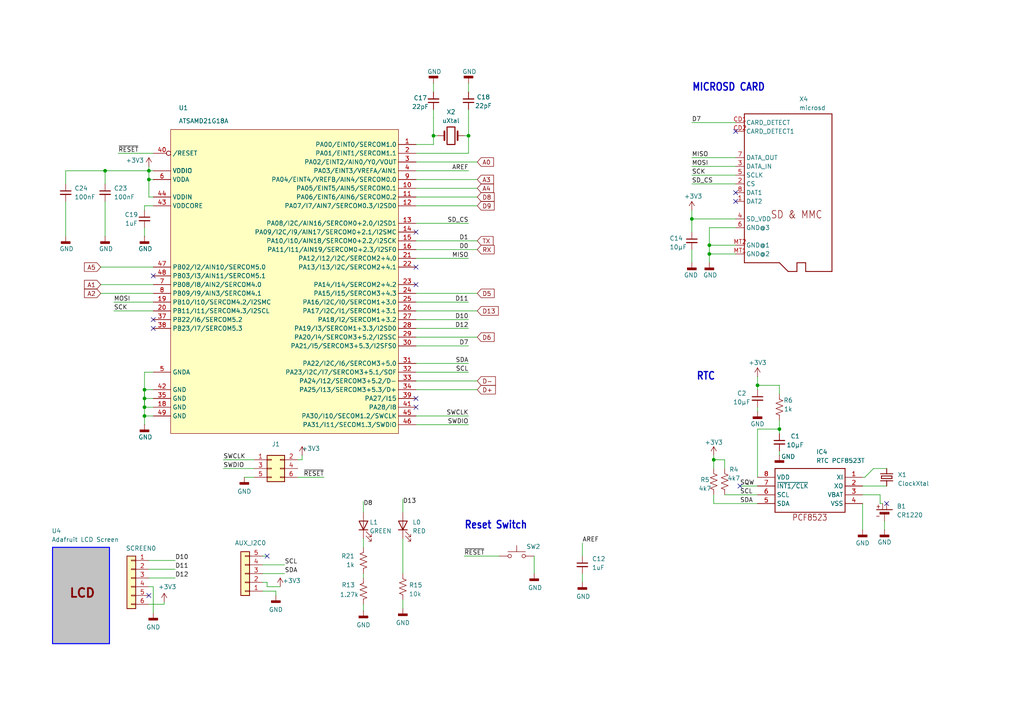
<source format=kicad_sch>
(kicad_sch (version 20250114) (generator "eeschema") (generator_version "9.0")
  (paper "A4")
  (title_block (title "FED3 Control Board") (rev "7.4") (company "Kravitz Lab") (comment 1 "Open Ephys, Inc."))
  (lib_symbols
    (symbol "Connector_Generic:Conn_01x05" (pin_names (offset 1.016) (hide yes))
      (property "Reference" "J" (at 0 7.62 0))
      (property "Value" "Conn_01x05" (at 0 -7.62 0))
      (symbol "Conn_01x05_1_1"
        (rectangle (start -1.27 6.35) (end 1.27 -6.35) (stroke (width 0.254)) (fill (type background)))
        (rectangle (start -1.27 5.207) (end 0 4.953) (stroke (width 0.1524)))
        (rectangle (start -1.27 2.667) (end 0 2.413) (stroke (width 0.1524)))
        (rectangle (start -1.27 0.127) (end 0 -0.127) (stroke (width 0.1524)))
        (rectangle (start -1.27 -2.413) (end 0 -2.667) (stroke (width 0.1524)))
        (rectangle (start -1.27 -4.953) (end 0 -5.207) (stroke (width 0.1524)))
        (pin passive line (at -5.08 5.08 0) (length 3.81) (name "Pin_1") (number "1"))
        (pin passive line (at -5.08 2.54 0) (length 3.81) (name "Pin_2") (number "2"))
        (pin passive line (at -5.08 0 0) (length 3.81) (name "Pin_3") (number "3"))
        (pin passive line (at -5.08 -2.54 0) (length 3.81) (name "Pin_4") (number "4"))
        (pin passive line (at -5.08 -5.08 0) (length 3.81) (name "Pin_5") (number "5"))
      )
    )
    (symbol "Connector_Generic:Conn_01x06" (pin_names (offset 1.016) (hide yes))
      (property "Reference" "J" (at 0 7.62 0))
      (property "Value" "Conn_01x06" (at 0 -10.16 0))
      (symbol "Conn_01x06_1_1"
        (rectangle (start -1.27 6.35) (end 1.27 -8.89) (stroke (width 0.254)) (fill (type background)))
        (rectangle (start -1.27 5.207) (end 0 4.953) (stroke (width 0.1524)))
        (rectangle (start -1.27 2.667) (end 0 2.413) (stroke (width 0.1524)))
        (rectangle (start -1.27 0.127) (end 0 -0.127) (stroke (width 0.1524)))
        (rectangle (start -1.27 -2.413) (end 0 -2.667) (stroke (width 0.1524)))
        (rectangle (start -1.27 -4.953) (end 0 -5.207) (stroke (width 0.1524)))
        (rectangle (start -1.27 -7.493) (end 0 -7.747) (stroke (width 0.1524)))
        (pin passive line (at -5.08 5.08 0) (length 3.81) (name "Pin_1") (number "1"))
        (pin passive line (at -5.08 2.54 0) (length 3.81) (name "Pin_2") (number "2"))
        (pin passive line (at -5.08 0 0) (length 3.81) (name "Pin_3") (number "3"))
        (pin passive line (at -5.08 -2.54 0) (length 3.81) (name "Pin_4") (number "4"))
        (pin passive line (at -5.08 -5.08 0) (length 3.81) (name "Pin_5") (number "5"))
        (pin passive line (at -5.08 -7.62 0) (length 3.81) (name "Pin_6") (number "6"))
      )
    )
    (symbol "Connector_Generic:Conn_02x03_Odd_Even" (pin_names (offset 1.016) (hide yes))
      (property "Reference" "J" (at 1.27 5.08 0))
      (property "Value" "Conn_02x03_Odd_Even" (at 1.27 -5.08 0))
      (symbol "Conn_02x03_Odd_Even_1_1"
        (rectangle (start -1.27 3.81) (end 3.81 -3.81) (stroke (width 0.254)) (fill (type background)))
        (rectangle (start -1.27 2.667) (end 0 2.413) (stroke (width 0.1524)))
        (rectangle (start -1.27 0.127) (end 0 -0.127) (stroke (width 0.1524)))
        (rectangle (start -1.27 -2.413) (end 0 -2.667) (stroke (width 0.1524)))
        (rectangle (start 3.81 2.667) (end 2.54 2.413) (stroke (width 0.1524)))
        (rectangle (start 3.81 0.127) (end 2.54 -0.127) (stroke (width 0.1524)))
        (rectangle (start 3.81 -2.413) (end 2.54 -2.667) (stroke (width 0.1524)))
        (pin passive line (at -5.08 2.54 0) (length 3.81) (name "Pin_1") (number "1"))
        (pin passive line (at -5.08 0 0) (length 3.81) (name "Pin_3") (number "3"))
        (pin passive line (at -5.08 -2.54 0) (length 3.81) (name "Pin_5") (number "5"))
        (pin passive line (at 7.62 2.54 180) (length 3.81) (name "Pin_2") (number "2"))
        (pin passive line (at 7.62 0 180) (length 3.81) (name "Pin_4") (number "4"))
        (pin passive line (at 7.62 -2.54 180) (length 3.81) (name "Pin_6") (number "6"))
      )
    )
    (symbol "Device:C_Small" (pin_numbers (hide yes)) (pin_names (offset 0.254) (hide yes))
      (property "Reference" "C" (at 0.254 1.778 0))
      (property "Value" "C_Small" (at 0.254 -2.032 0))
      (symbol "C_Small_0_1"
        (polyline (pts (xy -1.524 0.508) (xy 1.524 0.508)) (stroke (width 0.3048)))
        (polyline (pts (xy -1.524 -0.508) (xy 1.524 -0.508)) (stroke (width 0.3302)))
      )
      (symbol "C_Small_1_1"
        (pin passive line (at 0 2.54 270) (length 2.032) (name "~") (number "1"))
        (pin passive line (at 0 -2.54 90) (length 2.032) (name "~") (number "2"))
      )
    )
    (symbol "Device:Crystal" (pin_numbers (hide yes)) (pin_names (offset 1.016) (hide yes))
      (property "Reference" "Y" (at 0 3.81 0))
      (property "Value" "Crystal" (at 0 -3.81 0))
      (symbol "Crystal_0_1"
        (polyline (pts (xy -2.54 0) (xy -1.905 0)))
        (polyline (pts (xy -1.905 -1.27) (xy -1.905 1.27)) (stroke (width 0.508)))
        (rectangle (start -1.143 2.54) (end 1.143 -2.54) (stroke (width 0.3048)))
        (polyline (pts (xy 1.905 -1.27) (xy 1.905 1.27)) (stroke (width 0.508)))
        (polyline (pts (xy 2.54 0) (xy 1.905 0)))
      )
      (symbol "Crystal_1_1"
        (pin passive line (at -3.81 0 0) (length 1.27) (name "1") (number "1"))
        (pin passive line (at 3.81 0 180) (length 1.27) (name "2") (number "2"))
      )
    )
    (symbol "Device:LED" (pin_numbers (hide yes)) (pin_names (offset 1.016) (hide yes))
      (property "Reference" "D" (at 0 2.54 0))
      (property "Value" "LED" (at 0 -2.54 0))
      (symbol "LED_0_1"
        (polyline (pts (xy -3.048 -0.762) (xy -4.572 -2.286) (xy -3.81 -2.286) (xy -4.572 -2.286) (xy -4.572 -1.524)))
        (polyline (pts (xy -1.778 -0.762) (xy -3.302 -2.286) (xy -2.54 -2.286) (xy -3.302 -2.286) (xy -3.302 -1.524)))
        (polyline (pts (xy -1.27 0) (xy 1.27 0)))
        (polyline (pts (xy -1.27 -1.27) (xy -1.27 1.27)) (stroke (width 0.254)))
        (polyline (pts (xy 1.27 -1.27) (xy 1.27 1.27) (xy -1.27 0) (xy 1.27 -1.27)) (stroke (width 0.254)))
      )
      (symbol "LED_1_1"
        (pin passive line (at -3.81 0 0) (length 2.54) (name "K") (number "1"))
        (pin passive line (at 3.81 0 180) (length 2.54) (name "A") (number "2"))
      )
    )
    (symbol "Device:R_US" (pin_numbers (hide yes)) (pin_names (offset 0))
      (property "Reference" "R" (at 2.54 0 90))
      (property "Value" "R_US" (at -2.54 0 90))
      (symbol "R_US_0_1"
        (polyline (pts (xy 0 2.286) (xy 0 2.54)))
        (polyline (pts (xy 0 2.286) (xy 1.016 1.905) (xy 0 1.524) (xy -1.016 1.143) (xy 0 0.762)))
        (polyline (pts (xy 0 0.762) (xy 1.016 0.381) (xy 0 0) (xy -1.016 -0.381) (xy 0 -0.762)))
        (polyline (pts (xy 0 -0.762) (xy 1.016 -1.143) (xy 0 -1.524) (xy -1.016 -1.905) (xy 0 -2.286)))
        (polyline (pts (xy 0 -2.286) (xy 0 -2.54)))
      )
      (symbol "R_US_1_1"
        (pin passive line (at 0 3.81 270) (length 1.27) (name "~") (number "1"))
        (pin passive line (at 0 -3.81 90) (length 1.27) (name "~") (number "2"))
      )
    )
    (symbol "FED3 SymbLib:ATSAMD21J_QFN"
      (symbol "ATSAMD21J_QFN_1_0"
        (pin bidirectional inverted (at -25.4 33.02 0) (length 5.08) (name "/RESET") (number "40"))
        (pin power_in line (at -25.4 27.94 0) (length 5.08) (name "VDDIO") (number "17"))
        (pin power_in line (at -25.4 27.94 0) (length 5.08) (name "VDDIO") (number "36"))
        (pin power_in line (at -25.4 25.4 0) (length 5.08) (name "VDDA") (number "6"))
        (pin power_in line (at -25.4 20.32 0) (length 5.08) (name "VDDIN") (number "44"))
        (pin power_in line (at -25.4 17.78 0) (length 5.08) (name "VDDCORE") (number "43"))
        (pin bidirectional line (at -25.4 0 0) (length 5.08) (name "PB02/I2/AIN10/SERCOM5.0") (number "47"))
        (pin bidirectional line (at -25.4 -2.54 0) (length 5.08) (name "PB03/I3/AIN11/SERCOM5.1") (number "48"))
        (pin bidirectional line (at -25.4 -5.08 0) (length 5.08) (name "PB08/I8/AIN2/SERCOM4.0") (number "7"))
        (pin bidirectional line (at -25.4 -7.62 0) (length 5.08) (name "PB09/I9/AIN3/SERCOM4.1") (number "8"))
        (pin bidirectional line (at -25.4 -10.16 0) (length 5.08) (name "PB10/I10/SERCOM4.2/I2SMC") (number "19"))
        (pin bidirectional line (at -25.4 -12.7 0) (length 5.08) (name "PB11/I11/SERCOM4.3/I2SCL") (number "20"))
        (pin bidirectional line (at -25.4 -15.24 0) (length 5.08) (name "PB22/I6/SERCOM5.2") (number "37"))
        (pin bidirectional line (at -25.4 -17.78 0) (length 5.08) (name "PB23/I7/SERCOM5.3") (number "38"))
        (pin power_in line (at -25.4 -30.48 0) (length 5.08) (name "GNDA") (number "5"))
        (pin power_in line (at -25.4 -35.56 0) (length 5.08) (name "GND") (number "42"))
        (pin power_in line (at -25.4 -38.1 0) (length 5.08) (name "GND") (number "35"))
        (pin power_in line (at -25.4 -40.64 0) (length 5.08) (name "GND") (number "18"))
        (pin power_in line (at -25.4 -43.18 0) (length 5.08) (name "GND") (number "49"))
        (pin bidirectional line (at 50.8 35.56 180) (length 5.08) (name "PA00/EINT0/SERCOM1.0") (number "1"))
        (pin bidirectional line (at 50.8 33.02 180) (length 5.08) (name "PA01/EINT1/SERCOM1.1") (number "2"))
        (pin bidirectional line (at 50.8 30.48 180) (length 5.08) (name "PA02/EINT2/AIN0/Y0/VOUT") (number "3"))
        (pin bidirectional line (at 50.8 27.94 180) (length 5.08) (name "PA03/EINT3/VREFA/AIN1") (number "4"))
        (pin bidirectional line (at 50.8 25.4 180) (length 5.08) (name "PA04/EINT4/VREFB/AIN4/SERCOM0.0") (number "9"))
        (pin bidirectional line (at 50.8 22.86 180) (length 5.08) (name "PA05/EINT5/AIN5/SERCOM0.1") (number "10"))
        (pin bidirectional line (at 50.8 20.32 180) (length 5.08) (name "PA06/EINT6/AIN6/SERCOM0.2") (number "11"))
        (pin bidirectional line (at 50.8 17.78 180) (length 5.08) (name "PA07/I7/AIN7/SERCOM0.3/I2SD0") (number "12"))
        (pin bidirectional line (at 50.8 12.7 180) (length 5.08) (name "PA08/I2C/AIN16/SERCOM0+2.0/I2SD1") (number "13"))
        (pin bidirectional line (at 50.8 10.16 180) (length 5.08) (name "PA09/I2C/I9/AIN17/SERCOM0+2.1/I2SMC") (number "14"))
        (pin bidirectional line (at 50.8 7.62 180) (length 5.08) (name "PA10/I10/AIN18/SERCOM0+2.2/I2SCK") (number "15"))
        (pin bidirectional line (at 50.8 5.08 180) (length 5.08) (name "PA11/I11/AIN19/SERCOM0+2.3/I2SF0") (number "16"))
        (pin bidirectional line (at 50.8 2.54 180) (length 5.08) (name "PA12/I12/I2C/SERCOM2+4.0") (number "21"))
        (pin bidirectional line (at 50.8 0 180) (length 5.08) (name "PA13/I13/I2C/SERCOM2+4.1") (number "22"))
        (pin bidirectional line (at 50.8 -5.08 180) (length 5.08) (name "PA14/I14/SERCOM2+4.2") (number "23"))
        (pin bidirectional line (at 50.8 -7.62 180) (length 5.08) (name "PA15/I15/SERCOM3+4.3") (number "24"))
        (pin bidirectional line (at 50.8 -10.16 180) (length 5.08) (name "PA16/I2C/I0/SERCOM1+3.0") (number "25"))
        (pin bidirectional line (at 50.8 -12.7 180) (length 5.08) (name "PA17/I2C/I1/SERCOM1+3.1") (number "26"))
        (pin bidirectional line (at 50.8 -15.24 180) (length 5.08) (name "PA18/I2/SERCOM1+3.2") (number "27"))
        (pin bidirectional line (at 50.8 -17.78 180) (length 5.08) (name "PA19/I3/SERCOM1+3.3/I2SD0") (number "28"))
        (pin bidirectional line (at 50.8 -20.32 180) (length 5.08) (name "PA20/I4/SERCOM3+5.2/I2SSC") (number "29"))
        (pin bidirectional line (at 50.8 -22.86 180) (length 5.08) (name "PA21/I5/SERCOM3+5.3/I2SFS0") (number "30"))
        (pin bidirectional line (at 50.8 -27.94 180) (length 5.08) (name "PA22/I2C/I6/SERCOM3+5.0") (number "31"))
        (pin bidirectional line (at 50.8 -30.48 180) (length 5.08) (name "PA23/I2C/I7/SERCOM3+5.1/SOF") (number "32"))
        (pin bidirectional line (at 50.8 -33.02 180) (length 5.08) (name "PA24/I12/SERCOM3+5.2/D-") (number "33"))
        (pin bidirectional line (at 50.8 -35.56 180) (length 5.08) (name "PA25/I13/SERCOM3+5.3/D+") (number "34"))
        (pin bidirectional line (at 50.8 -38.1 180) (length 5.08) (name "PA27/I15") (number "39"))
        (pin bidirectional line (at 50.8 -40.64 180) (length 5.08) (name "PA28/I8") (number "41"))
        (pin bidirectional line (at 50.8 -43.18 180) (length 5.08) (name "PA30/I10/SECOM1.2/SWCLK") (number "45"))
        (pin bidirectional line (at 50.8 -45.72 180) (length 5.08) (name "PA31/I11/SECOM1.3/SWDIO") (number "46"))
      )
      (symbol "ATSAMD21J_QFN_1_1"
        (rectangle (start -20.32 39.878) (end 45.72 -48.26) (fill (type background)))
      )
    )
    (symbol "FED3 SymbLib:BATTERYCR1220_SMT"
      (property "Reference" "B" (at -2.54 3.175 0))
      (symbol "BATTERYCR1220_SMT_1_0"
        (polyline (pts (xy -0.508 1.27) (xy -0.254 1.27)) (stroke (width 0.254)))
        (polyline (pts (xy -0.508 -1.27) (xy -0.508 1.27)) (stroke (width 0.254)))
        (polyline (pts (xy -0.254 1.27) (xy -0.254 -1.27)) (stroke (width 0.254)))
        (polyline (pts (xy -0.254 1.27) (xy 0 1.27)) (stroke (width 0.254)))
        (polyline (pts (xy -0.254 -1.27) (xy -0.508 -1.27)) (stroke (width 0.254)))
        (polyline (pts (xy 0 1.27) (xy 0 -1.27)) (stroke (width 0.254)))
        (polyline (pts (xy 0 -1.27) (xy -0.254 -1.27)) (stroke (width 0.254)))
        (polyline (pts (xy 0.762 2.286) (xy 0.762 -2.286)) (stroke (width 0.254)))
        (text "-" (at -1.778 -1.143 900) (effects (font (size 1.27 1.0795)) (justify right top)))
        (text "+" (at 1.016 -1.016 900) (effects (font (size 1.27 1.0795)) (justify right top)))
        (pin passive line (at -2.54 0 0) (length 2.54) (name "-") (number "3"))
        (pin passive line (at 2.54 0.6096 180) (length 1.8288) (name "+") (number "1"))
        (pin passive line (at 2.54 -0.5334 180) (length 1.8288) (name "+") (number "2"))
      )
    )
    (symbol "FED3 SymbLib:CRYSTAL8.0X3.8"
      (property "Reference" "Y" (at -2.54 2.54 0))
      (symbol "CRYSTAL8.0X3.8_1_0"
        (polyline (pts (xy -2.54 0) (xy -1.016 0)) (stroke (width 0.254)))
        (polyline (pts (xy -1.016 1.778) (xy -1.016 0)) (stroke (width 0.254)))
        (polyline (pts (xy -1.016 0) (xy -1.016 -1.778)) (stroke (width 0.254)))
        (polyline (pts (xy -0.381 1.524) (xy -0.381 -1.524)) (stroke (width 0.254)))
        (polyline (pts (xy -0.381 -1.524) (xy 0.381 -1.524)) (stroke (width 0.254)))
        (polyline (pts (xy 0.381 1.524) (xy -0.381 1.524)) (stroke (width 0.254)))
        (polyline (pts (xy 0.381 -1.524) (xy 0.381 1.524)) (stroke (width 0.254)))
        (polyline (pts (xy 1.016 1.778) (xy 1.016 0)) (stroke (width 0.254)))
        (polyline (pts (xy 1.016 0) (xy 1.016 -1.778)) (stroke (width 0.254)))
        (polyline (pts (xy 2.54 0) (xy 1.016 0)) (stroke (width 0.254)))
        (pin passive line (at -3.81 -2.54 0) (length 2.54) (hide yes) (name "2") (number "2"))
        (pin passive line (at -2.54 0 0) (length 0) (name "1") (number "1"))
        (pin passive line (at 2.54 0 180) (length 0) (name "4") (number "4"))
        (pin passive line (at 2.54 -2.54 180) (length 2.54) (hide yes) (name "3") (number "3"))
      )
    )
    (symbol "FED3 SymbLib:LCD_SCREEN" (pin_numbers (hide yes))
      (property "Reference" "U" (at -8.128 15.24 0))
      (property "Value" "Adafruit LCD Screen" (at 1.016 -15.24 0))
      (symbol "LCD_SCREEN_1_1"
        (rectangle (start -8.89 13.97) (end 7.62 -13.97) (stroke (width 0.3048) (color 0 0 255 1)) (fill (type color) (color 194 194 194 1)))
        (text "LCD" (at -0.254 0.762 0) (effects (font (size 2.54 2.54) (thickness 0.508) (bold yes))))
      )
    )
    (symbol "FED3 SymbLib:MICROSD"
      (property "Reference" "X" (at -12.7 22.606 0))
      (symbol "MICROSD_1_0"
        (polyline (pts (xy -12.7 20.32) (xy -12.7 -22.86)) (stroke (width 0.254)))
        (polyline (pts (xy -12.7 -22.86) (xy -2.54 -22.86)) (stroke (width 0.254)))
        (polyline (pts (xy -2.54 -22.86) (xy 0 -25.4)) (stroke (width 0.254)))
        (polyline (pts (xy 0 -25.4) (xy 2.54 -25.4)) (stroke (width 0.254)))
        (polyline (pts (xy 2.54 -22.86) (xy 5.08 -22.86)) (stroke (width 0.254)))
        (polyline (pts (xy 2.54 -25.4) (xy 2.54 -22.86)) (stroke (width 0.254)))
        (polyline (pts (xy 5.08 -22.86) (xy 5.08 -25.4)) (stroke (width 0.254)))
        (polyline (pts (xy 5.08 -25.4) (xy 12.7 -25.4)) (stroke (width 0.254)))
        (polyline (pts (xy 12.7 20.32) (xy -12.7 20.32)) (stroke (width 0.254)))
        (polyline (pts (xy 12.7 -25.4) (xy 12.7 20.32)) (stroke (width 0.254)))
        (text "SD & MMC" (at -5.08 -10.16 0) (effects (font (size 2.1844 1.8567)) (justify left bottom)))
        (pin passive line (at -15.24 17.78 0) (length 2.54) (name "CARD_DETECT") (number "CD1"))
        (pin passive line (at -15.24 15.24 0) (length 2.54) (name "CARD_DETECT1") (number "CD2"))
        (pin output line (at -15.24 7.62 0) (length 2.54) (name "DATA_OUT") (number "7"))
        (pin input line (at -15.24 5.08 0) (length 2.54) (name "DATA_IN") (number "3"))
        (pin input line (at -15.24 2.54 0) (length 2.54) (name "SCLK") (number "5"))
        (pin input line (at -15.24 0 0) (length 2.54) (name "CS") (number "2"))
        (pin bidirectional line (at -15.24 -2.54 0) (length 2.54) (name "DAT1") (number "8"))
        (pin bidirectional line (at -15.24 -5.08 0) (length 2.54) (name "DAT2") (number "1"))
        (pin power_in line (at -15.24 -10.16 0) (length 2.54) (name "SD_VDD") (number "4"))
        (pin power_in line (at -15.24 -12.7 0) (length 2.54) (name "GND@3") (number "6"))
        (pin power_in line (at -15.24 -17.78 0) (length 2.54) (name "GND@1") (number "MT2"))
        (pin power_in line (at -15.24 -20.32 0) (length 2.54) (name "GND@2") (number "MT1"))
      )
    )
    (symbol "FED3 SymbLib:RTC_PCF8523/TK"
      (property "Reference" "IC" (at 10.16 7.62 0))
      (symbol "RTC_PCF8523/TK_1_0"
        (polyline (pts (xy -10.16 5.08) (xy 10.16 5.08)) (stroke (width 0.254)))
        (polyline (pts (xy -10.16 -7.62) (xy -10.16 5.08)) (stroke (width 0.254)))
        (polyline (pts (xy 10.16 5.08) (xy 10.16 -7.62)) (stroke (width 0.254)))
        (polyline (pts (xy 10.16 -7.62) (xy -10.16 -7.62)) (stroke (width 0.254)))
        (text "PCF8523" (at -5.08 -10.16 0) (effects (font (size 1.778 1.5113)) (justify left bottom)))
        (pin input line (at -15.24 2.54 0) (length 5.08) (name "XI") (number "1"))
        (pin output line (at -15.24 0 0) (length 5.08) (name "XO") (number "2"))
        (pin power_in line (at -15.24 -2.54 0) (length 5.08) (name "VBAT") (number "3"))
        (pin power_in line (at -15.24 -5.08 0) (length 5.08) (name "VSS") (number "4"))
        (pin power_in line (at 15.24 2.54 180) (length 5.08) (name "VDD") (number "8"))
        (pin output line (at 15.24 0 180) (length 5.08) (name "~{INT1/CLK}") (number "7"))
        (pin bidirectional line (at 15.24 -2.54 180) (length 5.08) (name "SCL") (number "6"))
        (pin bidirectional line (at 15.24 -5.08 180) (length 5.08) (name "SDA") (number "5"))
      )
    )
    (symbol "Switch:SW_Push" (pin_numbers (hide yes)) (pin_names (offset 1.016) (hide yes))
      (property "Reference" "SW" (at 1.27 2.54 0))
      (property "Value" "SW_Push" (at 0 -1.524 0))
      (symbol "SW_Push_0_1"
        (circle (center -2.032 0) (radius 0.508))
        (polyline (pts (xy 0 1.27) (xy 0 3.048)))
        (circle (center 2.032 0) (radius 0.508))
        (polyline (pts (xy 2.54 1.27) (xy -2.54 1.27)))
        (pin passive line (at -5.08 0 0) (length 2.54) (name "1") (number "1"))
        (pin passive line (at 5.08 0 180) (length 2.54) (name "2") (number "2"))
      )
    )
    (symbol "power:+3V3" (power) (pin_numbers (hide yes)) (pin_names (offset 0) (hide yes))
      (property "Value" "+3V3" (at 0 3.556 0))
      (symbol "+3V3_0_1"
        (polyline (pts (xy -0.762 1.27) (xy 0 2.54)))
        (polyline (pts (xy 0 2.54) (xy 0.762 1.27)))
        (polyline (pts (xy 0 0) (xy 0 2.54)))
      )
      (symbol "+3V3_1_1"
        (pin power_in line (at 0 0 90) (length 0) (name "~") (number "1"))
      )
    )
    (symbol "power:GNDD" (power) (pin_numbers (hide yes)) (pin_names (offset 0) (hide yes))
      (property "Value" "GNDD" (at 0 -3.175 0))
      (symbol "GNDD_0_1"
        (rectangle (start -1.27 -1.524) (end 1.27 -2.032) (stroke (width 0.254)) (fill (type outline)))
        (polyline (pts (xy 0 0) (xy 0 -1.524)))
      )
      (symbol "GNDD_1_1"
        (pin power_in line (at 0 0 270) (length 0) (name "~") (number "1"))
      )
    )
  )
  (text "MICROSD CARD" (at 200.66 26.67 0) (effects (font (size 2.1844 1.8567) (thickness 0.3713) (bold yes)) (justify left bottom)))
  (text "Reset Switch" (at 134.62 153.67 0) (effects (font (size 2.1844 1.8567) (thickness 0.3713) (bold yes)) (justify left bottom)))
  (text "RTC" (at 201.93 110.49 0) (effects (font (size 2.1844 1.8567) (thickness 0.3713) (bold yes)) (justify left bottom)))
  (junction (at 205.74 73.66))
  (junction (at 135.89 39.37))
  (junction (at 200.66 63.5))
  (junction (at 30.48 49.53))
  (junction (at 219.71 111.76))
  (junction (at 41.91 118.11))
  (junction (at 43.18 49.53))
  (junction (at 43.18 52.07))
  (junction (at 226.06 124.46))
  (junction (at 207.01 133.35))
  (junction (at 41.91 113.03))
  (junction (at 41.91 120.65))
  (junction (at 125.73 39.37))
  (junction (at 205.74 71.12))
  (junction (at 41.91 115.57))
  (no_connect (at 120.65 118.11))
  (no_connect (at 120.65 115.57))
  (no_connect (at 213.36 55.88))
  (no_connect (at 43.18 172.72))
  (no_connect (at 44.45 95.25))
  (no_connect (at 257.1496 146.05))
  (no_connect (at 120.65 77.47))
  (no_connect (at 213.36 38.1))
  (no_connect (at 44.45 92.71))
  (no_connect (at 214.63 140.97))
  (no_connect (at 120.65 82.55))
  (no_connect (at 213.36 58.42))
  (no_connect (at 44.45 80.01))
  (no_connect (at 77.47 161.29))
  (no_connect (at 120.65 67.31))
  (wire (pts (xy 207.01 132.08) (xy 207.01 133.35)) (stroke (width 0.1524)))
  (wire (pts (xy 255.27 143.51) (xy 255.27 146.05)) (stroke (width 0.1524)))
  (wire (pts (xy 256.54 151.13) (xy 256.54 153.67)) (stroke (width 0.1524)))
  (wire (pts (xy 120.65 110.49) (xy 138.43 110.49)) (stroke (width 0.1524)))
  (wire (pts (xy 200.66 60.96) (xy 200.66 63.5)) (stroke (width 0.1524)))
  (wire (pts (xy 120.65 107.95) (xy 135.89 107.95)) (stroke (width 0.1524)))
  (wire (pts (xy 105.41 175.26) (xy 105.41 177.165)) (stroke (width 0.1524)))
  (wire (pts (xy 226.06 124.46) (xy 226.06 125.73)))
  (wire (pts (xy 41.91 66.04) (xy 41.91 68.58)))
  (wire (pts (xy 41.91 115.57) (xy 41.91 118.11)) (stroke (width 0.1524)))
  (wire (pts (xy 105.41 166.37) (xy 105.41 167.64)))
  (wire (pts (xy 207.01 133.35) (xy 210.185 133.35)) (stroke (width 0.1524)))
  (wire (pts (xy 138.43 113.03) (xy 120.65 113.03)) (stroke (width 0.1524)))
  (wire (pts (xy 120.65 57.15) (xy 138.43 57.15)) (stroke (width 0.1524)))
  (wire (pts (xy 134.62 161.29) (xy 144.78 161.29)) (stroke (width 0.1524)))
  (wire (pts (xy 41.91 113.03) (xy 41.91 115.57)) (stroke (width 0.1524)))
  (wire (pts (xy 120.65 41.91) (xy 125.73 41.91)) (stroke (width 0.1524)))
  (wire (pts (xy 120.65 100.33) (xy 135.89 100.33)) (stroke (width 0.1524)))
  (wire (pts (xy 41.91 60.96) (xy 41.91 59.69)) (stroke (width 0.1524)))
  (wire (pts (xy 219.71 118.11) (xy 219.71 119.38)))
  (wire (pts (xy 76.2 166.37) (xy 82.55 166.37)) (stroke (width 0.1524)))
  (wire (pts (xy 207.01 143.51) (xy 207.01 146.05)) (stroke (width 0.1524)))
  (wire (pts (xy 200.66 48.26) (xy 213.36 48.26)) (stroke (width 0.1524)))
  (wire (pts (xy 219.71 111.76) (xy 219.71 113.03)))
  (wire (pts (xy 93.98 138.43) (xy 86.36 138.43)))
  (wire (pts (xy 41.91 118.11) (xy 41.91 120.65)))
  (wire (pts (xy 105.41 145.415) (xy 105.41 148.59)) (stroke (width 0.1524)))
  (wire (pts (xy 41.91 118.11) (xy 44.45 118.11)) (stroke (width 0.1524)))
  (wire (pts (xy 200.66 76.2) (xy 200.66 72.39)) (stroke (width 0.1524)))
  (wire (pts (xy 43.18 48.26) (xy 43.18 49.53)))
  (wire (pts (xy 210.185 133.35) (xy 210.185 135.89)) (stroke (width 0.1524)))
  (wire (pts (xy 116.84 144.78) (xy 116.84 148.59)) (stroke (width 0.1524)))
  (wire (pts (xy 120.65 52.07) (xy 138.43 52.07)) (stroke (width 0.1524)))
  (wire (pts (xy 43.18 165.1) (xy 50.8 165.1)) (stroke (width 0.1524)))
  (wire (pts (xy 200.66 63.5) (xy 213.36 63.5)) (stroke (width 0.1524)))
  (wire (pts (xy 200.66 45.72) (xy 213.36 45.72)) (stroke (width 0.1524)))
  (wire (pts (xy 210.185 143.51) (xy 219.71 143.51)) (stroke (width 0.1524)))
  (wire (pts (xy 30.48 53.34) (xy 30.48 49.53)))
  (wire (pts (xy 120.65 90.17) (xy 138.43 90.17)) (stroke (width 0.1524)))
  (wire (pts (xy 219.71 138.43) (xy 219.71 124.46)) (stroke (width 0.1524)))
  (wire (pts (xy 125.73 24.13) (xy 125.73 26.67)))
  (wire (pts (xy 120.65 69.85) (xy 138.43 69.85)) (stroke (width 0.1524)))
  (wire (pts (xy 135.89 24.13) (xy 135.89 26.67)))
  (wire (pts (xy 41.91 115.57) (xy 44.45 115.57)))
  (wire (pts (xy 120.65 87.63) (xy 135.89 87.63)) (stroke (width 0.1524)))
  (wire (pts (xy 213.36 73.66) (xy 205.74 73.66)) (stroke (width 0.1524)))
  (wire (pts (xy 44.45 52.07) (xy 43.18 52.07)) (stroke (width 0.1524)))
  (wire (pts (xy 73.66 135.89) (xy 64.77 135.89)))
  (wire (pts (xy 44.45 77.47) (xy 29.21 77.47)) (stroke (width 0.1524)))
  (wire (pts (xy 43.18 52.07) (xy 43.18 49.53)) (stroke (width 0.1524)))
  (wire (pts (xy 255.27 143.51) (xy 250.19 143.51)) (stroke (width 0.1524)))
  (wire (pts (xy 43.18 162.56) (xy 50.8 162.56)) (stroke (width 0.1524)))
  (wire (pts (xy 44.45 170.18) (xy 44.45 177.8)))
  (wire (pts (xy 30.48 58.42) (xy 30.48 68.58)))
  (wire (pts (xy 77.47 168.91) (xy 76.2 168.91)))
  (wire (pts (xy 41.91 120.65) (xy 44.45 120.65)))
  (wire (pts (xy 33.02 90.17) (xy 44.45 90.17)) (stroke (width 0.1524)))
  (wire (pts (xy 76.2 163.83) (xy 82.55 163.83)) (stroke (width 0.1524)))
  (wire (pts (xy 44.45 87.63) (xy 33.02 87.63)) (stroke (width 0.1524)))
  (wire (pts (xy 226.06 121.92) (xy 226.06 123.19)))
  (wire (pts (xy 19.05 49.53) (xy 30.48 49.53)))
  (wire (pts (xy 41.91 59.69) (xy 44.45 59.69)) (stroke (width 0.1524)))
  (wire (pts (xy 138.43 85.09) (xy 120.65 85.09)) (stroke (width 0.1524)))
  (wire (pts (xy 207.01 133.35) (xy 207.01 135.89)) (stroke (width 0.1524)))
  (wire (pts (xy 226.06 124.46) (xy 226.06 123.19)) (stroke (width 0.1524)))
  (wire (pts (xy 77.47 161.29) (xy 76.2 161.29)))
  (wire (pts (xy 207.01 146.05) (xy 219.71 146.05)) (stroke (width 0.1524)))
  (wire (pts (xy 125.73 39.37) (xy 125.73 41.91)) (stroke (width 0.1524)))
  (wire (pts (xy 205.74 71.12) (xy 205.74 73.66)) (stroke (width 0.1524)))
  (wire (pts (xy 219.71 140.97) (xy 214.63 140.97)) (stroke (width 0.1524)))
  (wire (pts (xy 87.63 132.08) (xy 87.63 133.35)))
  (wire (pts (xy 257.175 140.97) (xy 250.19 140.97)) (stroke (width 0.1524)))
  (wire (pts (xy 41.91 123.19) (xy 41.91 120.65)))
  (wire (pts (xy 47.625 175.26) (xy 47.625 174.625)) (stroke (width 0.1524)))
  (wire (pts (xy 105.41 156.21) (xy 105.41 158.75)) (stroke (width 0.1524)))
  (wire (pts (xy 219.71 124.46) (xy 226.06 124.46)) (stroke (width 0.1524)))
  (wire (pts (xy 120.65 105.41) (xy 135.89 105.41)) (stroke (width 0.1524)))
  (wire (pts (xy 200.66 50.8) (xy 213.36 50.8)) (stroke (width 0.1524)))
  (wire (pts (xy 213.36 71.12) (xy 205.74 71.12)) (stroke (width 0.1524)))
  (wire (pts (xy 87.63 133.35) (xy 86.36 133.35)))
  (wire (pts (xy 47.625 175.26) (xy 43.18 175.26)) (stroke (width 0.1524)))
  (wire (pts (xy 77.47 170.18) (xy 77.47 168.91)))
  (wire (pts (xy 205.74 73.66) (xy 205.74 76.2)) (stroke (width 0.1524)))
  (wire (pts (xy 120.65 120.65) (xy 135.89 120.65)) (stroke (width 0.1524)))
  (wire (pts (xy 44.45 82.55) (xy 29.21 82.55)) (stroke (width 0.1524)))
  (wire (pts (xy 135.89 64.77) (xy 120.65 64.77)) (stroke (width 0.1524)))
  (wire (pts (xy 200.66 53.34) (xy 213.36 53.34)) (stroke (width 0.1524)))
  (wire (pts (xy 116.84 173.99) (xy 116.84 176.53)) (stroke (width 0.1524)))
  (wire (pts (xy 226.06 111.76) (xy 226.06 114.3)) (stroke (width 0.1524)))
  (wire (pts (xy 120.65 46.99) (xy 138.43 46.99)) (stroke (width 0.1524)))
  (wire (pts (xy 135.89 39.37) (xy 135.89 44.45)) (stroke (width 0.1524)))
  (wire (pts (xy 120.65 95.25) (xy 135.89 95.25)) (stroke (width 0.1524)))
  (wire (pts (xy 76.2 171.45) (xy 80.01 171.45)) (stroke (width 0.1524)))
  (wire (pts (xy 73.66 133.35) (xy 64.77 133.35)))
  (wire (pts (xy 70.866 138.43) (xy 73.66 138.43)))
  (wire (pts (xy 213.36 66.04) (xy 205.74 66.04)) (stroke (width 0.1524)))
  (wire (pts (xy 43.18 57.15) (xy 43.18 52.07)) (stroke (width 0.1524)))
  (wire (pts (xy 125.73 31.75) (xy 125.73 34.29)))
  (wire (pts (xy 44.45 49.53) (xy 43.18 49.53)) (stroke (width 0.1524)))
  (wire (pts (xy 120.65 44.45) (xy 135.89 44.45)) (stroke (width 0.1524)))
  (wire (pts (xy 30.48 49.53) (xy 43.18 49.53)))
  (wire (pts (xy 41.91 113.03) (xy 41.91 115.57)))
  (wire (pts (xy 168.91 157.48) (xy 168.91 161.29)))
  (wire (pts (xy 135.89 34.29) (xy 135.89 39.37)) (stroke (width 0.1524)))
  (wire (pts (xy 120.65 97.79) (xy 138.43 97.79)) (stroke (width 0.1524)))
  (wire (pts (xy 41.91 113.03) (xy 44.45 113.03)) (stroke (width 0.1524)))
  (wire (pts (xy 250.19 153.67) (xy 250.19 146.05)) (stroke (width 0.1524)))
  (wire (pts (xy 125.73 39.37) (xy 127 39.37)))
  (wire (pts (xy 226.06 111.76) (xy 219.71 111.76)) (stroke (width 0.1524)))
  (wire (pts (xy 205.74 66.04) (xy 205.74 71.12)) (stroke (width 0.1524)))
  (wire (pts (xy 200.66 63.5) (xy 200.66 64.77)) (stroke (width 0.1524)))
  (wire (pts (xy 81.28 170.18) (xy 77.47 170.18)))
  (wire (pts (xy 34.29 44.45) (xy 44.45 44.45)) (stroke (width 0.1524)))
  (wire (pts (xy 41.91 107.95) (xy 44.45 107.95)))
  (wire (pts (xy 120.65 59.69) (xy 138.43 59.69)) (stroke (width 0.1524)))
  (wire (pts (xy 255.27 146.05) (xy 256.0066 146.05)) (stroke (width 0.1524)))
  (wire (pts (xy 200.66 35.56) (xy 213.36 35.56)) (stroke (width 0.1524)))
  (wire (pts (xy 29.21 85.09) (xy 44.45 85.09)) (stroke (width 0.1524)))
  (wire (pts (xy 43.18 167.64) (xy 50.8 167.64)) (stroke (width 0.1524)))
  (wire (pts (xy 226.06 130.81) (xy 226.06 132.08)))
  (wire (pts (xy 219.71 109.22) (xy 219.71 111.76)) (stroke (width 0.1524)))
  (wire (pts (xy 135.89 31.75) (xy 135.89 34.29)))
  (wire (pts (xy 135.89 123.19) (xy 120.65 123.19)) (stroke (width 0.1524)))
  (wire (pts (xy 120.65 92.71) (xy 135.89 92.71)) (stroke (width 0.1524)))
  (wire (pts (xy 154.94 161.29) (xy 154.94 166.37)) (stroke (width 0.1524)))
  (wire (pts (xy 80.01 171.45) (xy 80.01 172.72)) (stroke (width 0.1524)))
  (wire (pts (xy 19.05 53.34) (xy 19.05 49.53)))
  (wire (pts (xy 120.65 72.39) (xy 138.43 72.39)) (stroke (width 0.1524)))
  (wire (pts (xy 168.91 166.37) (xy 168.91 168.91)) (stroke (width 0.1524)))
  (wire (pts (xy 43.18 170.18) (xy 44.45 170.18)) (stroke (width 0.1524)))
  (wire (pts (xy 41.91 107.95) (xy 41.91 113.03)))
  (wire (pts (xy 125.73 34.29) (xy 125.73 39.37)) (stroke (width 0.1524)))
  (wire (pts (xy 200.66 64.77) (xy 200.66 67.31)))
  (wire (pts (xy 44.45 57.15) (xy 43.18 57.15)) (stroke (width 0.1524)))
  (wire (pts (xy 138.43 54.61) (xy 120.65 54.61)) (stroke (width 0.1524)))
  (wire (pts (xy 116.84 156.21) (xy 116.84 166.37)) (stroke (width 0.1524)))
  (wire (pts (xy 19.05 58.42) (xy 19.05 68.58)))
  (wire (pts (xy 253.365 135.89) (xy 250.825 138.43)) (stroke (width 0.1524)))
  (wire (pts (xy 120.65 74.93) (xy 135.89 74.93)) (stroke (width 0.1524)))
  (wire (pts (xy 41.91 115.57) (xy 41.91 118.11)))
  (wire (pts (xy 257.175 135.89) (xy 253.365 135.89)) (stroke (width 0.1524)))
  (wire (pts (xy 134.62 39.37) (xy 135.89 39.37)))
  (wire (pts (xy 250.825 138.43) (xy 250.19 138.43)) (stroke (width 0.1524)))
  (wire (pts (xy 120.65 49.53) (xy 135.89 49.53)) (stroke (width 0.1524)))
  (label "D10" (at 135.89 92.71 180))
  (label "SWCLK" (at 64.77 133.35 0))
  (label "MISO" (at 135.89 74.93 180))
  (label "SDA" (at 82.55 166.37 0))
  (label "SCL" (at 82.55 163.83 0))
  (label "SCL" (at 214.63 143.51 0))
  (label "D10" (at 50.8 162.56 0))
  (label "SWDIO" (at 64.77 135.89 0))
  (label "MISO" (at 200.66 45.72 0))
  (label "SWDIO" (at 135.89 123.19 180))
  (label "AREF" (at 135.89 49.53 180))
  (label "~{RESET}" (at 34.29 44.45 0))
  (label "SCL" (at 135.89 107.95 180))
  (label "MOSI" (at 200.66 48.26 0))
  (label "SCK" (at 200.66 50.8 0))
  (label "D1" (at 135.89 69.85 180))
  (label "SD_CS" (at 135.89 64.77 180))
  (label "~{RESET}" (at 93.98 138.43 180))
  (label "D12" (at 135.89 95.25 180))
  (label "SDA" (at 135.89 105.41 180))
  (label "~{RESET}" (at 134.62 161.29 0))
  (label "D0" (at 135.89 72.39 180))
  (label "MOSI" (at 33.02 87.63 0))
  (label "D11" (at 50.8 165.1 0))
  (label "D8" (at 105.41 145.415 0))
  (label "SDA" (at 214.63 146.05 0))
  (label "SCK" (at 33.02 90.17 0))
  (label "SD_CS" (at 200.66 53.34 0))
  (label "AREF" (at 168.91 157.48 0))
  (label "SWCLK" (at 135.89 120.65 180))
  (label "D7" (at 135.89 100.33 180))
  (label "D12" (at 50.8 167.64 0))
  (label "D7" (at 200.66 35.56 0))
  (label "D11" (at 135.89 87.63 180))
  (label "D13" (at 116.84 144.78 0))
  (label "SQW" (at 214.63 140.97 0))
  (global_label "A5" (shape input) (at 29.21 77.47 180) (property "Intersheetrefs" "${INTERSHEET_REFS}" (effects (hide yes))))
  (global_label "RX" (shape input) (at 138.43 72.39 0) (property "Intersheetrefs" "${INTERSHEET_REFS}" (effects (hide yes))))
  (global_label "A0" (shape input) (at 138.43 46.99 0) (property "Intersheetrefs" "${INTERSHEET_REFS}" (effects (hide yes))))
  (global_label "D-" (shape input) (at 138.43 110.49 0) (property "Intersheetrefs" "${INTERSHEET_REFS}" (effects (hide yes))))
  (global_label "D9" (shape input) (at 138.43 59.69 0) (property "Intersheetrefs" "${INTERSHEET_REFS}" (effects (hide yes))))
  (global_label "A1" (shape input) (at 29.21 82.55 180) (property "Intersheetrefs" "${INTERSHEET_REFS}" (effects (hide yes))))
  (global_label "A2" (shape input) (at 29.21 85.09 180) (property "Intersheetrefs" "${INTERSHEET_REFS}" (effects (hide yes))))
  (global_label "D8" (shape input) (at 138.43 57.15 0) (property "Intersheetrefs" "${INTERSHEET_REFS}" (effects (hide yes))))
  (global_label "D13" (shape input) (at 138.43 90.17 0) (property "Intersheetrefs" "${INTERSHEET_REFS}" (effects (hide yes))))
  (global_label "TX" (shape input) (at 138.43 69.85 0) (property "Intersheetrefs" "${INTERSHEET_REFS}" (effects (hide yes))))
  (global_label "A4" (shape input) (at 138.43 54.61 0) (property "Intersheetrefs" "${INTERSHEET_REFS}" (effects (hide yes))))
  (global_label "D6" (shape input) (at 138.43 97.79 0) (property "Intersheetrefs" "${INTERSHEET_REFS}" (effects (hide yes))))
  (global_label "A3" (shape input) (at 138.43 52.07 0) (property "Intersheetrefs" "${INTERSHEET_REFS}" (effects (hide yes))))
  (global_label "D5" (shape input) (at 138.43 85.09 0) (property "Intersheetrefs" "${INTERSHEET_REFS}" (effects (hide yes))))
  (global_label "D+" (shape input) (at 138.43 113.03 0) (property "Intersheetrefs" "${INTERSHEET_REFS}" (effects (hide yes))))
  (symbol (lib_id "Device:Crystal") (at 130.81 39.37 0) (mirror x) (unit 1)
    (property "Reference" "X2" (at 130.81 31.75 0) (effects (justify bottom)))
    (property "Value" "uXtal" (at 130.81 34.29 0) (effects (justify bottom)))
    (property "Footprint" "Crystal:Crystal_SMD_MicroCrystal_CC8V-T1A-2Pin_2.0x1.2mm" (effects (hide yes)))
    (property "Description" "Crystal 32768 KHz ±50ppm 12.5pF 90kOhms" (effects (hide yes)))
    (property "OEPSPN" "OEPS100051" (effects (hide yes)))
    (property "MPN" "9HT11-32.768KBZF-T" (effects (hide yes)))
  )
  (symbol (lib_id "Device:R_US") (at 105.41 171.45 0) (mirror y) (unit 1)
    (property "Reference" "R13" (at 99.06 169.672 0) (effects (justify right)))
    (property "Value" "1.27k" (at 98.552 172.466 0) (effects (justify right)))
    (property "Footprint" "Resistor_SMD:R_0402_1005Metric" (effects (hide yes)))
    (property "Description" "SMD 0402 1.27kΩ ±1% 0.063W" (effects (hide yes)))
    (property "OEPSPN" "OEPS020190" (effects (hide yes)))
    (property "MPN" "CRCW04021K27FKED" (effects (hide yes)))
  )
  (symbol (lib_id "Device:C_Small") (at 135.89 29.21 180) (unit 1)
    (property "Reference" "C18" (at 140.208 27.432 0) (effects (justify bottom)))
    (property "Value" "22pF" (at 140.208 29.972 0) (effects (justify bottom)))
    (property "Footprint" "Capacitor_SMD:C_0402_1005Metric" (effects (hide yes)))
    (property "Description" "SMD CER 0402 22pF 50V ±5% C0G/NP0" (effects (hide yes)))
    (property "OEPSPN" "OEPS010080" (effects (hide yes)))
    (property "MPN" "CL05C220JB51PNC" (effects (hide yes)))
  )
  (symbol (lib_id "power:GNDD") (at 205.74 76.2 0) (mirror y) (unit 1)
    (property "Reference" "#PWR040" (effects (hide yes)))
    (property "Value" "GND" (at 205.994 80.518 0) (effects (justify bottom)))
    (property "Description" "Power symbol creates a global label with name \"GNDD\" , digital ground" (effects (hide yes)))
  )
  (symbol (lib_id "Device:C_Small") (at 200.66 69.85 0) (unit 1)
    (property "Reference" "C14" (at 194.183 69.85 0) (effects (justify left bottom)))
    (property "Value" "10µF" (at 194.183 72.39 0) (effects (justify left bottom)))
    (property "Footprint" "Capacitor_SMD:C_0402_1005Metric" (effects (hide yes)))
    (property "Description" "Unpolarized capacitor, small symbol" (effects (hide yes)))
    (property "OEPSPN" "OEPS010038" (effects (hide yes)))
    (property "MPN" "CL05A106MP5NUNC" (effects (hide yes)))
  )
  (symbol (lib_id "Device:LED") (at 105.41 152.4 90) (unit 1)
    (property "Reference" "L1" (at 107.188 150.749 90) (effects (justify right bottom)))
    (property "Value" "GREEN" (at 107.188 153.289 90) (effects (justify right bottom)))
    (property "Footprint" "LED_SMD:LED_0603_1608Metric" (effects (hide yes)))
    (property "Description" "LED 0603 Green 570nm 20mA" (effects (hide yes)))
    (property "OEPSPN" "OEPS030005" (effects (hide yes)))
    (property "MPN" "150060VS75000" (effects (hide yes)))
  )
  (symbol (lib_id "power:GNDD") (at 256.54 153.67 0) (unit 1)
    (property "Reference" "#PWR058" (effects (hide yes)))
    (property "Value" "GND" (at 256.54 157.988 0) (effects (justify bottom)))
    (property "Description" "Power symbol creates a global label with name \"GNDD\" , digital ground" (effects (hide yes)))
  )
  (symbol (lib_id "power:+3V3") (at 200.66 60.96 0) (unit 1)
    (property "Reference" "#+3V03" (effects (hide yes)))
    (property "Value" "+3V3" (at 201.041 57.658 0) (effects (justify bottom)))
  )
  (symbol (lib_id "power:GNDD") (at 30.48 68.58 0) (unit 1)
    (property "Reference" "#PWR072" (effects (hide yes)))
    (property "Value" "GND" (at 30.734 72.898 0) (effects (justify bottom)))
    (property "Description" "Power symbol creates a global label with name \"GNDD\" , digital ground" (effects (hide yes)))
  )
  (symbol (lib_id "power:GNDD") (at 41.91 68.58 0) (unit 1)
    (property "Reference" "#PWR016" (effects (hide yes)))
    (property "Value" "GND" (at 42.164 72.898 0) (effects (justify bottom)))
    (property "Description" "Power symbol creates a global label with name \"GNDD\" , digital ground" (effects (hide yes)))
  )
  (symbol (lib_id "power:GNDD") (at 125.73 24.13 180) (unit 1)
    (property "Reference" "#PWR041" (effects (hide yes)))
    (property "Value" "GND" (at 125.984 20.066 0) (effects (justify bottom)))
    (property "Description" "Power symbol creates a global label with name \"GNDD\" , digital ground" (effects (hide yes)))
  )
  (symbol (lib_id "power:GNDD") (at 168.91 168.91 0) (mirror y) (unit 1)
    (property "Reference" "#PWR047" (effects (hide yes)))
    (property "Value" "GND" (at 169.164 173.736 0) (effects (justify bottom)))
    (property "Description" "Power symbol creates a global label with name \"GNDD\" , digital ground" (effects (hide yes)))
  )
  (symbol (lib_id "power:+3V3") (at 47.625 174.625 0) (unit 1)
    (property "Reference" "#+3V08" (effects (hide yes)))
    (property "Value" "+3V3" (at 48.514 170.942 0) (effects (justify bottom)))
  )
  (symbol (lib_id "FED3 SymbLib:CRYSTAL8.0X3.8") (at 257.175 138.43 90) (mirror x) (unit 1)
    (property "Reference" "X1" (at 260.35 138.43 90) (effects (justify right bottom)))
    (property "Value" "ClockXtal" (at 260.35 140.97 90) (effects (justify right bottom)))
    (property "Footprint" "FED3_PCBLib:CRYSTAL_8X3.8" (effects (hide yes)))
    (property "Description" "Crystal 32.768 kHz ±10ppm 12.5pF 50 kOhms (OEPS K01 010)" (effects (hide yes)))
    (property "OEPSPN" "OEPS100060" (effects (hide yes)))
    (property "MPN" "ECS-.327-12.5-17X-C-TR" (effects (hide yes)))
  )
  (symbol (lib_id "Device:C_Small") (at 41.91 63.5 0) (unit 1)
    (property "Reference" "C19" (at 38.1 62.992 0) (effects (justify bottom)))
    (property "Value" "1uF" (at 38.1 65.532 0) (effects (justify bottom)))
    (property "Footprint" "Capacitor_SMD:C_0402_1005Metric" (effects (hide yes)))
    (property "Description" "SMD CER 0402 1uF 25V ±10% X5R" (effects (hide yes)))
    (property "OEPSPN" "OEPS010030" (effects (hide yes)))
    (property "MPN" "C1005X5R1E105K050BC" (effects (hide yes)))
  )
  (symbol (lib_id "Device:C_Small") (at 19.05 55.88 0) (unit 1)
    (property "Reference" "C24" (at 21.59 54.6162 0) (effects (justify left)))
    (property "Value" "100nF" (at 21.59 57.1562 0) (effects (justify left)))
    (property "Footprint" "Capacitor_SMD:C_0402_1005Metric" (effects (hide yes)))
    (property "Description" "SMD CER 0402 100nF 25V ±10% X7R" (effects (hide yes)))
    (property "OEPSPN" "OEPS010050" (effects (hide yes)))
    (property "MPN" "C1005X7R1E104K050BB" (effects (hide yes)))
  )
  (symbol (lib_id "Device:R_US") (at 116.84 170.18 0) (unit 1)
    (property "Reference" "R15" (at 118.618 170.434 0) (effects (justify left bottom)))
    (property "Value" "10k" (at 118.618 172.974 0) (effects (font (thickness 0.127)) (justify left bottom)))
    (property "Footprint" "Resistor_SMD:R_0402_1005Metric" (effects (hide yes)))
    (property "Description" "SMD 0402 10kΩ ±1% 0.100W" (effects (hide yes)))
    (property "OEPSPN" "OEPS020013" (effects (hide yes)))
    (property "MPN" "ERJ-2RKF1002X" (effects (hide yes)))
  )
  (symbol (lib_id "Device:C_Small") (at 125.73 29.21 180) (unit 1)
    (property "Reference" "C17" (at 121.92 27.686 0) (effects (justify bottom)))
    (property "Value" "22pF" (at 121.92 30.226 0) (effects (justify bottom)))
    (property "Footprint" "Capacitor_SMD:C_0402_1005Metric" (effects (hide yes)))
    (property "Description" "SMD CER 0402 22pF 50V ±5% C0G/NP0" (effects (hide yes)))
    (property "OEPSPN" "OEPS010080" (effects (hide yes)))
    (property "MPN" "CL05C220JB51PNC" (effects (hide yes)))
  )
  (symbol (lib_id "power:+3V3") (at 43.18 48.26 0) (unit 1)
    (property "Reference" "#+3V01" (effects (hide yes)))
    (property "Value" "+3V3" (at 39.116 47.244 0) (effects (justify bottom)))
  )
  (symbol (lib_id "Device:R_US") (at 105.41 162.56 0) (mirror x) (unit 1)
    (property "Reference" "R21" (at 102.87 161.2899 0) (effects (justify right)))
    (property "Value" "1k" (at 102.87 163.8299 0) (effects (justify right)))
    (property "Footprint" "Resistor_SMD:R_0402_1005Metric" (effects (hide yes)))
    (property "Description" "SMD 0402 1kΩ ±1% 0.100W" (effects (hide yes)))
    (property "OEPSPN" "OEPS020006" (effects (hide yes)))
    (property "MPN" "ERJ-2RKF1001X" (effects (hide yes)))
  )
  (symbol (lib_id "Connector_Generic:Conn_01x05") (at 71.12 166.37 180) (unit 1)
    (property "Reference" "AUX_I2C0" (at 72.644 157.48 0))
    (property "Value" "Qwiic" (effects (hide yes)))
    (property "Footprint" "Connector_JST:JST_SH_BM04B-SRSS-TB_1x04-1MP_P1.00mm_Vertical" (effects (hide yes)))
    (property "Description" "Generic connector, single row, 01x05, script generated (kicad-library-utils/schlib/autogen/connector/)" (effects (hide yes)))
    (property "OEPSPN" "OEPS070125" (effects (hide yes)))
    (property "MPN" "BM04B-SRSS-TB(LF)(SN)" (effects (hide yes)))
  )
  (symbol (lib_id "power:GNDD") (at 70.866 138.43 0) (unit 1)
    (property "Reference" "#PWR061" (effects (hide yes)))
    (property "Value" "GND" (at 70.866 143.256 0) (effects (justify bottom)))
    (property "Description" "Power symbol creates a global label with name \"GNDD\" , digital ground" (effects (hide yes)))
  )
  (symbol (lib_id "power:GNDD") (at 154.94 166.37 0) (unit 1)
    (property "Reference" "#PWR054" (effects (hide yes)))
    (property "Value" "GND" (at 155.194 171.196 0) (effects (justify bottom)))
    (property "Description" "Power symbol creates a global label with name \"GNDD\" , digital ground" (effects (hide yes)))
  )
  (symbol (lib_id "Device:C_Small") (at 30.48 55.88 0) (unit 1)
    (property "Reference" "C23" (at 33.02 54.6162 0) (effects (justify left)))
    (property "Value" "100nF" (at 33.02 57.1562 0) (effects (justify left)))
    (property "Footprint" "Capacitor_SMD:C_0402_1005Metric" (effects (hide yes)))
    (property "Description" "SMD CER 0402 100nF 25V ±10% X7R" (effects (hide yes)))
    (property "OEPSPN" "OEPS010050" (effects (hide yes)))
    (property "MPN" "C1005X7R1E104K050BB" (effects (hide yes)))
  )
  (symbol (lib_id "power:GNDD") (at 135.89 24.13 180) (unit 1)
    (property "Reference" "#PWR042" (effects (hide yes)))
    (property "Value" "GND" (at 136.144 20.066 0) (effects (justify bottom)))
    (property "Description" "Power symbol creates a global label with name \"GNDD\" , digital ground" (effects (hide yes)))
  )
  (symbol (lib_id "power:GNDD") (at 80.01 172.72 0) (unit 1)
    (property "Reference" "#PWR050" (effects (hide yes)))
    (property "Value" "GND" (at 80.01 177.546 0) (effects (justify bottom)))
    (property "Description" "Power symbol creates a global label with name \"GNDD\" , digital ground" (effects (hide yes)))
  )
  (symbol (lib_id "power:+3V3") (at 81.28 170.18 0) (unit 1)
    (property "Reference" "#+3V07" (effects (hide yes)))
    (property "Value" "+3V3" (at 84.582 169.164 0) (effects (justify bottom)))
  )
  (symbol (lib_id "Switch:SW_Push") (at 149.86 161.29 0) (unit 1)
    (property "Reference" "SW2" (at 154.686 159.258 0) (effects (justify bottom)))
    (property "Value" "SPST_TACT-KMR2" (effects (hide yes)))
    (property "Footprint" "Button_Switch_SMD:SW_SPST_TL3305B" (effects (hide yes)))
    (property "Description" "SWITCH TACTILE SPST-NO 0.05A 12V" (effects (hide yes)))
    (property "OEPSPN" "OEPS100061" (effects (hide yes)))
    (property "MPN" "TL3305BF260QG" (effects (hide yes)))
  )
  (symbol (lib_id "Device:C_Small") (at 226.06 128.27 0) (unit 1)
    (property "Reference" "C1" (at 230.632 127.254 0) (effects (justify bottom)))
    (property "Value" "10µF" (at 230.632 129.794 0) (effects (justify bottom)))
    (property "Footprint" "Capacitor_SMD:C_0402_1005Metric" (effects (hide yes)))
    (property "Description" "Unpolarized capacitor, small symbol" (effects (hide yes)))
    (property "OEPSPN" "OEPS010038" (effects (hide yes)))
    (property "MPN" "CL05A106MP5NUNC" (effects (hide yes)))
  )
  (symbol (lib_id "power:GNDD") (at 226.06 132.08 0) (unit 1)
    (property "Reference" "#PWR056" (effects (hide yes)))
    (property "Value" "GND" (at 228.6 133.1595 0) (effects (justify bottom)))
    (property "Description" "Power symbol creates a global label with name \"GNDD\" , digital ground" (effects (hide yes)))
  )
  (symbol (lib_id "Connector_Generic:Conn_01x06") (at 38.1 167.64 0) (mirror y) (unit 1)
    (property "Reference" "SCREEN0" (at 40.894 159.766 0) (effects (justify bottom)))
    (property "Value" "PINHD-1X6" (effects (hide yes)))
    (property "Footprint" "FED3_PCBLib:1X06" (effects (hide yes)))
    (property "Description" "CONN HEADER R/A 6POS 2.54MM" (effects (hide yes)))
    (property "OEPSPN" "OEPS070118" (effects (hide yes)))
    (property "MPN" "61300611021" (effects (hide yes)))
  )
  (symbol (lib_id "power:GNDD") (at 200.66 76.2 0) (unit 1)
    (property "Reference" "#PWR039" (effects (hide yes)))
    (property "Value" "GND" (at 200.406 80.518 0) (effects (justify bottom)))
    (property "Description" "Power symbol creates a global label with name \"GNDD\" , digital ground" (effects (hide yes)))
  )
  (symbol (lib_id "Device:R_US") (at 207.01 139.7 180) (unit 1)
    (property "Reference" "R5" (at 204.47 138.4299 0) (effects (justify bottom)))
    (property "Value" "4k7" (at 204.47 140.97 0) (effects (font (thickness 0.1588)) (justify bottom)))
    (property "Footprint" "Resistor_SMD:R_0402_1005Metric" (effects (hide yes)))
    (property "Description" "SMD 0402 4.7k 1% 0.100W" (effects (hide yes)))
    (property "OEPSPN" "OEPS020010" (effects (hide yes)))
    (property "MPN" "ERJ-2RKF4701X" (effects (hide yes)))
  )
  (symbol (lib_id "FED3 SymbLib:BATTERYCR1220_SMT") (at 256.54 148.59 270) (mirror x) (unit 1)
    (property "Reference" "B1" (at 260.096 147.574 90) (effects (justify left top)))
    (property "Value" "CR1220" (at 260.096 150.114 90) (effects (justify left top)))
    (property "Footprint" "FED3_PCBLib:CR1220" (effects (hide yes)))
    (property "Description" "CR1220 Battery Holders; 12mm (OEPS K01 013)" (effects (hide yes)))
    (property "OEPSPN" "OEPS070116" (effects (hide yes)))
    (property "MPN" "534-3000" (effects (hide yes)))
  )
  (symbol (lib_id "Connector_Generic:Conn_02x03_Odd_Even") (at 78.74 135.89 0) (unit 1)
    (property "Reference" "J1" (at 80.01 129.54 0) (effects (justify bottom)))
    (property "Value" "Conn_02x03_Odd_Even" (effects (hide yes)))
    (property "Footprint" "Connector_PinHeader_2.54mm:PinHeader_2x03_P2.54mm_Vertical" (effects (hide yes)))
    (property "Description" "HEADER 2.54MM straight 2x3POS" (effects (hide yes)))
    (property "MPN" "PR20203VBDN" (effects (hide yes)))
    (property "OEPSPN" "OEPS070124" (effects (hide yes)))
  )
  (symbol (lib_id "power:GNDD") (at 116.84 176.53 0) (mirror y) (unit 1)
    (property "Reference" "#PWR053" (effects (hide yes)))
    (property "Value" "GND" (at 116.84 181.356 0) (effects (justify bottom)))
    (property "Description" "Power symbol creates a global label with name \"GNDD\" , digital ground" (effects (hide yes)))
  )
  (symbol (lib_id "FED3 SymbLib:MICROSD") (at 228.6 53.34 0) (unit 1)
    (property "Reference" "X4" (at 231.775 29.464 0) (effects (justify left bottom)))
    (property "Value" "microsd" (at 231.775 32.004 0) (effects (justify left bottom)))
    (property "Footprint" "FED3_PCBLib:MICROSD" (effects (hide yes)))
    (property "Description" "CONN MICRO SD CARD R/A" (effects (hide yes)))
    (property "OEPSPN" "OEPS070119" (effects (hide yes)))
    (property "MPN" "693071010811" (effects (hide yes)))
  )
  (symbol (lib_id "power:GNDD") (at 44.45 177.8 0) (unit 1)
    (property "Reference" "#PWR052" (effects (hide yes)))
    (property "Value" "GND" (at 44.45 182.626 0) (effects (justify bottom)))
    (property "Description" "Power symbol creates a global label with name \"GNDD\" , digital ground" (effects (hide yes)))
  )
  (symbol (lib_id "power:GNDD") (at 250.19 153.67 0) (unit 1)
    (property "Reference" "#PWR057" (effects (hide yes)))
    (property "Value" "GND" (at 250.19 158.242 0) (effects (justify bottom)))
    (property "Description" "Power symbol creates a global label with name \"GNDD\" , digital ground" (effects (hide yes)))
  )
  (symbol (lib_id "power:GNDD") (at 219.71 119.38 0) (unit 1)
    (property "Reference" "#PWR055" (effects (hide yes)))
    (property "Value" "GND" (at 219.71 123.698 0) (effects (justify bottom)))
    (property "Description" "Power symbol creates a global label with name \"GNDD\" , digital ground" (effects (hide yes)))
  )
  (symbol (lib_id "Device:LED") (at 116.84 152.4 90) (unit 1)
    (property "Reference" "L0" (at 119.634 150.749 90) (effects (justify right bottom)))
    (property "Value" "RED" (at 119.634 153.289 90) (effects (justify right bottom)))
    (property "Footprint" "LED_SMD:LED_0603_1608Metric" (effects (hide yes)))
    (property "Datasheet" "LED 0603 Red 635nm 20mA" (effects (hide yes)))
    (property "Description" "Light emitting diode" (effects (hide yes)))
    (property "OEPSPN" "OEPS030038" (effects (hide yes)))
    (property "MPN" "VFHR1116P-4C82A-TR" (effects (hide yes)))
  )
  (symbol (lib_id "FED3 SymbLib:LCD_SCREEN") (at 24.13 172.72 0) (unit 1) (in_bom no) (on_board no)
    (property "Reference" "U4" (at 14.986 154.686 0) (effects (justify left bottom)))
    (property "Value" "Adafruit LCD Screen" (at 14.986 157.226 0) (effects (justify left bottom)))
    (property "OEPSPN" "TBD" (effects (hide yes)))
    (property "MPN" "3502" (effects (hide yes)))
  )
  (symbol (lib_id "Device:R_US") (at 226.06 118.11 0) (unit 1)
    (property "Reference" "R6" (at 228.6 116.8399 0) (effects (justify bottom)))
    (property "Value" "1k" (at 228.6 119.38 0) (effects (font (thickness 0.1588)) (justify bottom)))
    (property "Footprint" "Resistor_SMD:R_0402_1005Metric" (effects (hide yes)))
    (property "Description" "SMD 0402 1kΩ ±1% 0.100W" (effects (hide yes)))
    (property "OEPSPN" "OEPS020006" (effects (hide yes)))
    (property "MPN" "ERJ-2RKF1001X" (effects (hide yes)))
  )
  (symbol (lib_id "power:+3V3") (at 87.63 132.08 0) (mirror y) (unit 1)
    (property "Reference" "#+3V09" (effects (hide yes)))
    (property "Value" "+3V3" (at 90.17 130.81 0) (effects (justify bottom)))
  )
  (symbol (lib_id "FED3 SymbLib:RTC_PCF8523/TK") (at 234.95 140.97 0) (mirror y) (unit 1)
    (property "Reference" "IC4" (at 236.728 131.064 0) (effects (justify right)))
    (property "Value" "RTC PCF8523T" (at 236.728 133.604 0) (effects (justify right)))
    (property "Footprint" "Package_SO:SO-8_3.9x4.9mm_P1.27mm" (effects (hide yes)))
    (property "Description" "RTC CLOCK/CALENDAR I2C" (effects (hide yes)))
    (property "OEPSPN" "OEPS080167" (effects (hide yes)))
    (property "MPN" "PCF8523T/1,118" (effects (hide yes)))
  )
  (symbol (lib_id "power:GNDD") (at 41.91 123.19 0) (unit 1)
    (property "Reference" "#PWR017" (effects (hide yes)))
    (property "Value" "GND" (at 42.164 127.508 0) (effects (justify bottom)))
    (property "Description" "Power symbol creates a global label with name \"GNDD\" , digital ground" (effects (hide yes)))
  )
  (symbol (lib_id "power:+3V3") (at 207.01 132.08 0) (mirror y) (unit 1)
    (property "Reference" "#+3V04" (effects (hide yes)))
    (property "Value" "+3V3" (at 207.01 129.032 0) (effects (justify bottom)))
  )
  (symbol (lib_id "power:GNDD") (at 105.41 177.165 0) (mirror y) (unit 1)
    (property "Reference" "#PWR043" (effects (hide yes)))
    (property "Value" "GND" (at 105.41 181.991 0) (effects (justify bottom)))
    (property "Description" "Power symbol creates a global label with name \"GNDD\" , digital ground" (effects (hide yes)))
  )
  (symbol (lib_id "Device:C_Small") (at 168.91 163.83 0) (unit 1)
    (property "Reference" "C12" (at 171.704 162.814 0) (effects (justify left bottom)))
    (property "Value" "1uF" (at 171.704 165.354 0) (effects (justify left bottom)))
    (property "Footprint" "Capacitor_SMD:C_0402_1005Metric" (effects (hide yes)))
    (property "Description" "SMD CER 0402 1uF 25V ±10% X5R" (effects (hide yes)))
    (property "OEPSPN" "OEPS010030" (effects (hide yes)))
    (property "MPN" "C1005X5R1E105K050BC" (effects (hide yes)))
  )
  (symbol (lib_id "Device:R_US") (at 210.185 139.7 0) (unit 1)
    (property "Reference" "R4" (at 212.852 136.906 0) (effects (justify bottom)))
    (property "Value" "4k7" (at 212.852 139.4461 0) (effects (font (thickness 0.1588)) (justify bottom)))
    (property "Footprint" "Resistor_SMD:R_0402_1005Metric" (effects (hide yes)))
    (property "Description" "SMD 0402 4.7k 1% 0.100W" (effects (hide yes)))
    (property "OEPSPN" "OEPS020010" (effects (hide yes)))
    (property "MPN" "ERJ-2RKF4701X" (effects (hide yes)))
  )
  (symbol (lib_id "FED3 SymbLib:ATSAMD21J_QFN") (at 69.85 77.47 0) (unit 1)
    (property "Reference" "U1" (at 51.816 32.004 0) (effects (justify left bottom)))
    (property "Value" "ATSAMD21G18A" (at 51.816 35.814 0) (effects (justify left bottom)))
    (property "Footprint" "FED3_PCBLib:TQFN48_7MM" (effects (hide yes)))
    (property "Description" "IC MCU 32BIT 256KB FLASH 48QFN" (effects (hide yes)))
    (property "OEPSPN" "OEPS080131" (effects (hide yes)))
    (property "MPN" "ATSAMD21G18A-MU" (effects (hide yes)))
  )
  (symbol (lib_id "Device:C_Small") (at 219.71 115.57 0) (unit 1)
    (property "Reference" "C2" (at 215.138 114.808 0) (effects (justify bottom)))
    (property "Value" "10µF" (at 215.138 117.348 0) (effects (justify bottom)))
    (property "Footprint" "Capacitor_SMD:C_0402_1005Metric" (effects (hide yes)))
    (property "Description" "Unpolarized capacitor, small symbol" (effects (hide yes)))
    (property "OEPSPN" "OEPS010038" (effects (hide yes)))
    (property "MPN" "CL05A106MP5NUNC" (effects (hide yes)))
  )
  (symbol (lib_id "power:+3V3") (at 219.71 109.22 0) (mirror y) (unit 1)
    (property "Reference" "#+3V05" (effects (hide yes)))
    (property "Value" "+3V3" (at 219.71 105.918 0) (effects (justify bottom)))
  )
  (symbol (lib_id "power:GNDD") (at 19.05 68.58 0) (unit 1)
    (property "Reference" "#PWR073" (effects (hide yes)))
    (property "Value" "GND" (at 19.304 72.898 0) (effects (justify bottom)))
    (property "Description" "Power symbol creates a global label with name \"GNDD\" , digital ground" (effects (hide yes)))
  )
)
</source>
